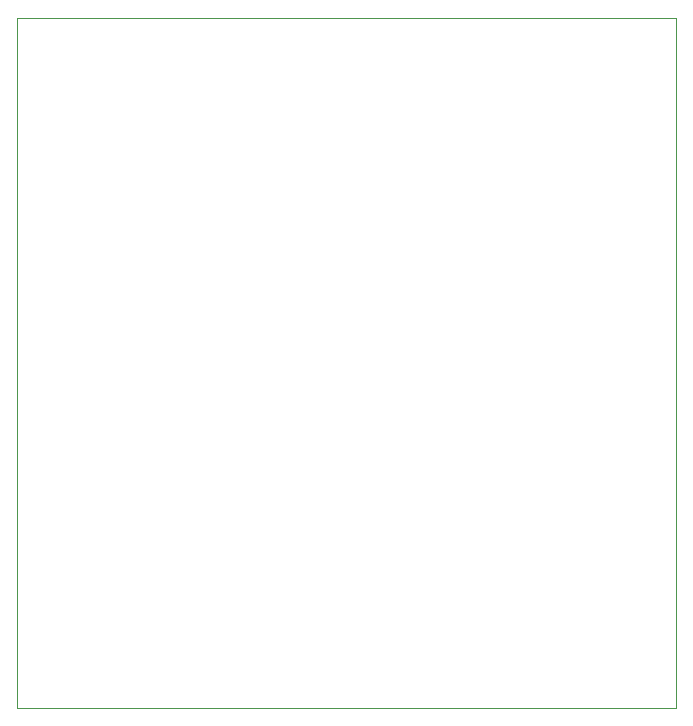
<source format=gm1>
G04 #@! TF.GenerationSoftware,KiCad,Pcbnew,8.0.2*
G04 #@! TF.CreationDate,2024-05-18T01:19:45+05:00*
G04 #@! TF.ProjectId,EDP Converter,45445020-436f-46e7-9665-727465722e6b,rev?*
G04 #@! TF.SameCoordinates,Original*
G04 #@! TF.FileFunction,Profile,NP*
%FSLAX46Y46*%
G04 Gerber Fmt 4.6, Leading zero omitted, Abs format (unit mm)*
G04 Created by KiCad (PCBNEW 8.0.2) date 2024-05-18 01:19:45*
%MOMM*%
%LPD*%
G01*
G04 APERTURE LIST*
G04 #@! TA.AperFunction,Profile*
%ADD10C,0.100000*%
G04 #@! TD*
G04 APERTURE END LIST*
D10*
X94950000Y-75375000D02*
X150725000Y-75375000D01*
X150725000Y-133800000D01*
X94950000Y-133800000D01*
X94950000Y-75375000D01*
M02*

</source>
